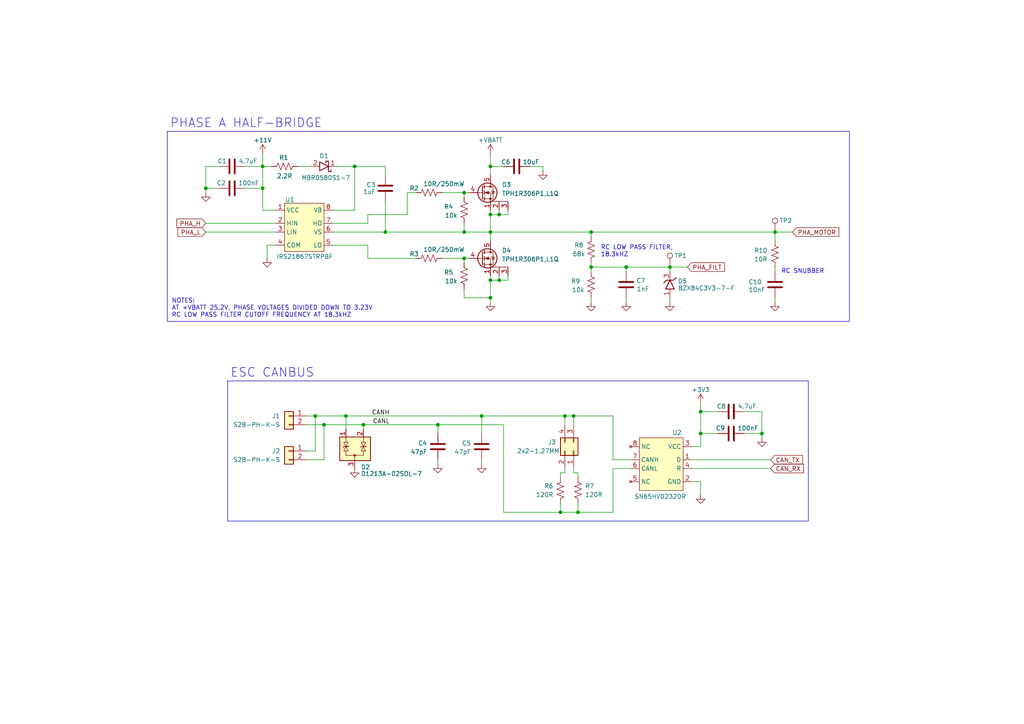
<source format=kicad_sch>
(kicad_sch (version 20231120) (generator "eeschema") (generator_version "8.0")
  (paper "A4")
  (title_block (title "PHASE A HALF-BRIDGE AND CANBUS") (date "2025-12-20") (rev "A") (comment 1 "REVIEWED BY:") (comment 3 "GITHUB: /nikphillydev") (comment 4 "DRAWN BY: N.PHILIPENKO") (comment 5 "SIGNED:"))
  (lib_symbols
    (symbol "Connector:TestPoint" (pin_numbers hide) (pin_names (offset 0.762) hide)
      (property "Reference" "TP" (at 0 6.858 0))
      (property "Value" "TestPoint" (at 0 5.08 0))
      (symbol "TestPoint_0_1"
        (circle (center 0 3.302) (radius 0.762))
      )
      (symbol "TestPoint_1_1"
        (pin passive line (at 0 0 90) (length 2.54) (name "1") (number "1"))
      )
    )
    (symbol "Connector_Generic:Conn_01x02" (pin_names (offset 1.016) hide)
      (property "Reference" "J" (at 0 2.54 0))
      (property "Value" "Conn_01x02" (at 0 -5.08 0))
      (symbol "Conn_01x02_1_1"
        (rectangle (start -1.27 -2.413) (end 0 -2.667) (stroke (width 0.1524)))
        (rectangle (start -1.27 0.127) (end 0 -0.127) (stroke (width 0.1524)))
        (rectangle (start -1.27 1.27) (end 1.27 -3.81) (stroke (width 0.254)) (fill (type background)))
        (pin passive line (at -5.08 0 0) (length 3.81) (name "Pin_1") (number "1"))
        (pin passive line (at -5.08 -2.54 0) (length 3.81) (name "Pin_2") (number "2"))
      )
    )
    (symbol "Connector_Generic:Conn_02x02_Odd_Even" (pin_names (offset 1.016) hide)
      (property "Reference" "J3" (at 2.5401 -5.08 90))
      (property "Value" "2x2-1.27MM" (at 0 -4.064 90))
      (symbol "Conn_02x02_Odd_Even_1_1"
        (rectangle (start -1.27 -2.413) (end 0 -2.667) (stroke (width 0.1524)))
        (rectangle (start -1.27 0.127) (end 0 -0.127) (stroke (width 0.1524)))
        (rectangle (start -1.27 1.27) (end 3.81 -3.81) (stroke (width 0.254)) (fill (type background)))
        (rectangle (start 3.81 -2.413) (end 2.54 -2.667) (stroke (width 0.1524)))
        (rectangle (start 3.81 0.127) (end 2.54 -0.127) (stroke (width 0.1524)))
        (pin passive line (at -5.08 0 0) (length 3.81) (name "Pin_1") (number "1"))
        (pin passive line (at -5.08 -2.54 0) (length 3.81) (name "Pin_2") (number "2"))
        (pin passive line (at 7.62 0 180) (length 3.81) (name "Pin_3") (number "3"))
        (pin passive line (at 7.62 -2.54 180) (length 3.81) (name "Pin_4") (number "4"))
      )
    )
    (symbol "Device:C" (pin_numbers hide) (pin_names (offset 0.254))
      (property "Reference" "C" (at 0.635 2.54 0))
      (property "Value" "C" (at 0.635 -2.54 0))
      (symbol "C_0_1"
        (polyline (pts (xy -2.032 -0.762) (xy 2.032 -0.762)) (stroke (width 0.508)))
        (polyline (pts (xy -2.032 0.762) (xy 2.032 0.762)) (stroke (width 0.508)))
      )
      (symbol "C_1_1"
        (pin passive line (at 0 3.81 270) (length 2.794) (name "~") (number "1"))
        (pin passive line (at 0 -3.81 90) (length 2.794) (name "~") (number "2"))
      )
    )
    (symbol "Device:R_US" (pin_numbers hide) (pin_names (offset 0))
      (property "Reference" "R" (at 2.54 0 90))
      (property "Value" "R_US" (at -2.54 0 90))
      (symbol "R_US_0_1"
        (polyline (pts (xy 0 -2.286) (xy 0 -2.54)))
        (polyline (pts (xy 0 2.286) (xy 0 2.54)))
        (polyline (pts (xy 0 -0.762) (xy 1.016 -1.143) (xy 0 -1.524) (xy -1.016 -1.905) (xy 0 -2.286)))
        (polyline (pts (xy 0 0.762) (xy 1.016 0.381) (xy 0 0) (xy -1.016 -0.381) (xy 0 -0.762)))
        (polyline (pts (xy 0 2.286) (xy 1.016 1.905) (xy 0 1.524) (xy -1.016 1.143) (xy 0 0.762)))
      )
      (symbol "R_US_1_1"
        (pin passive line (at 0 3.81 270) (length 1.27) (name "~") (number "1"))
        (pin passive line (at 0 -3.81 90) (length 1.27) (name "~") (number "2"))
      )
    )
    (symbol "Diodes:N-MOSFET_ENHANCED_POWER" (pin_names hide)
      (property "Value" "N-MOSFET_POWER" (at 12.192 2.54 0))
      (symbol "N-MOSFET_ENHANCED_POWER_0_1"
        (polyline (pts (xy -1.016 0) (xy -3.81 0)))
        (polyline (pts (xy -1.016 1.905) (xy -1.016 -1.905)) (stroke (width 0.254)))
        (polyline (pts (xy -0.508 -1.27) (xy -0.508 -2.286)) (stroke (width 0.254)))
        (polyline (pts (xy -0.508 0.508) (xy -0.508 -0.508)) (stroke (width 0.254)))
        (polyline (pts (xy -0.508 2.286) (xy -0.508 1.27)) (stroke (width 0.254)))
        (polyline (pts (xy 1.27 2.54) (xy 1.27 1.778)))
        (polyline (pts (xy 1.27 -2.54) (xy 1.27 0) (xy -0.508 0)))
        (polyline (pts (xy 1.27 -2.54) (xy 3.81 -2.54) (xy 6.35 -2.54)))
        (polyline (pts (xy -0.508 -1.778) (xy 2.032 -1.778) (xy 2.032 1.778) (xy -0.508 1.778)))
        (polyline (pts (xy -0.254 0) (xy 0.762 0.381) (xy 0.762 -0.381) (xy -0.254 0)) (fill (type outline)))
        (polyline (pts (xy 1.524 0.508) (xy 1.651 0.381) (xy 2.413 0.381) (xy 2.54 0.254)))
        (polyline (pts (xy 2.032 0.381) (xy 1.651 -0.254) (xy 2.413 -0.254) (xy 2.032 0.381)))
        (circle (center 0.381 0) (radius 2.794) (stroke (width 0.254)))
        (circle (center 1.27 -1.778) (radius 0.254) (fill (type outline)))
        (circle (center 1.27 1.778) (radius 0.254) (fill (type outline)))
      )
      (symbol "N-MOSFET_ENHANCED_POWER_1_0"
        (pin passive line (at -5.08 0 0) (length 2.54) (name "G") (number "4"))
        (pin passive line (at 1.27 5.08 270) (length 2.54) (name "D") (number "5"))
      )
      (symbol "N-MOSFET_ENHANCED_POWER_1_1"
        (pin passive line (at 1.27 -5.08 90) (length 2.54) (name "S") (number "1"))
        (pin passive line (at 3.81 -5.08 90) (length 2.54) (name "S") (number "2"))
        (pin passive line (at 6.35 -5.08 90) (length 2.54) (name "S") (number "3"))
      )
    )
    (symbol "Diodes:SCHOTTKY" (pin_names hide)
      (property "Reference" "D" (at 3.556 -1.27 0))
      (symbol "SCHOTTKY_0_1"
        (polyline (pts (xy 1.27 -1.27) (xy -1.27 -1.27) (xy 0 1.27) (xy 1.27 -1.27)) (stroke (width 0.254)))
        (polyline (pts (xy -1.016 0.508) (xy -1.524 0.508) (xy -1.524 1.27) (xy 1.524 1.27) (xy 1.524 2.032) (xy 1.016 2.032)) (stroke (width 0.254)))
      )
      (symbol "SCHOTTKY_1_1"
        (pin passive line (at 0 3.81 270) (length 2.54) (name "K") (number "1"))
        (pin passive line (at 0 -3.81 90) (length 2.54) (name "A") (number "2"))
      )
    )
    (symbol "Diodes:TVS_BIDIRECTIONAL_2CH" (pin_names hide)
      (property "Reference" "D" (at 2.54 -5.842 0))
      (symbol "TVS_BIDIRECTIONAL_2CH_0_0"
        (pin passive line (at 0 -6.35 90) (length 2.54) (name "A") (number "3"))
      )
      (symbol "TVS_BIDIRECTIONAL_2CH_0_1"
        (circle (center 0 -2.54) (radius 0.254) (fill (type outline)))
        (polyline (pts (xy -2.54 2.54) (xy -2.54 1.27)))
        (polyline (pts (xy 0 -2.54) (xy 0 -3.81)))
        (polyline (pts (xy 2.54 2.54) (xy 2.54 1.27)))
        (polyline (pts (xy -3.302 -0.254) (xy -3.302 0) (xy -1.905 0) (xy -1.778 0)))
        (polyline (pts (xy -3.302 -0.254) (xy -3.302 0) (xy -1.905 0) (xy -1.778 0)))
        (polyline (pts (xy -2.54 -1.27) (xy -2.54 -2.54) (xy 2.54 -2.54) (xy 2.54 -1.27)))
        (polyline (pts (xy -2.54 0) (xy -1.905 -1.27) (xy -3.175 -1.27) (xy -2.54 0)))
        (polyline (pts (xy -2.54 0) (xy -1.905 1.27) (xy -3.175 1.27) (xy -2.54 0)))
        (polyline (pts (xy -1.778 0.254) (xy -1.778 0) (xy -3.175 0) (xy -3.302 0)))
        (polyline (pts (xy 1.778 -0.254) (xy 1.778 0) (xy 3.175 0) (xy 3.302 0)))
        (polyline (pts (xy 2.54 0) (xy 1.905 -1.27) (xy 3.175 -1.27) (xy 2.54 0)))
        (polyline (pts (xy 2.54 0) (xy 1.905 1.27) (xy 3.175 1.27) (xy 2.54 0)))
        (polyline (pts (xy 3.302 0.254) (xy 3.302 0) (xy 1.905 0) (xy 1.778 0)))
      )
      (symbol "TVS_BIDIRECTIONAL_2CH_1_1"
        (rectangle (start -4.318 2.794) (end 4.572 -4.064) (stroke (width 0.254)) (fill (type background)))
        (pin passive line (at -2.54 5.08 270) (length 2.54) (name "K") (number "1"))
        (pin passive line (at 2.54 5.08 270) (length 2.54) (name "K") (number "2"))
      )
    )
    (symbol "Diodes:ZENER" (pin_names hide)
      (property "Reference" "D22" (at 2.54 1.0161 0))
      (property "Value" "~" (at 2.54 -0.889 0))
      (symbol "ZENER_0_1"
        (polyline (pts (xy -1.27 -1.27) (xy 1.27 -1.27) (xy 0 1.27) (xy -1.27 -1.27)) (stroke (width 0.254)))
      )
      (symbol "ZENER_1_1"
        (polyline (pts (xy -1.016 1.27) (xy -1.778 0.508)) (stroke (width 0.254)))
        (polyline (pts (xy -1.016 1.27) (xy 1.016 1.27) (xy 1.778 2.032)) (stroke (width 0.254)))
        (pin passive line (at 0 -3.81 90) (length 2.54) (name "A") (number "1"))
        (pin passive line (at 0 3.81 270) (length 2.54) (name "K") (number "3"))
      )
    )
    (symbol "ICs:IRS21867S"
      (property "Reference" "U" (at -2.794 9.398 0))
      (property "Value" "IRS21867S" (at 2.032 -6.858 0))
      (symbol "IRS21867S_0_0"
        (pin power_in line (at -6.35 6.35 0) (length 2.54) (name "VCC") (number "1"))
        (pin passive line (at -6.35 2.54 0) (length 2.54) (name "HIN") (number "2"))
        (pin passive line (at -6.35 0 0) (length 2.54) (name "LIN") (number "3"))
        (pin passive line (at -6.35 -3.81 0) (length 2.54) (name "COM") (number "4"))
        (pin passive line (at 10.16 -3.81 180) (length 2.54) (name "LO") (number "5"))
        (pin passive line (at 10.16 0 180) (length 2.54) (name "VS") (number "6"))
        (pin passive line (at 10.16 2.54 180) (length 2.54) (name "HO") (number "7"))
        (pin passive line (at 10.16 6.35 180) (length 2.54) (name "VB") (number "8"))
      )
      (symbol "IRS21867S_1_1"
        (rectangle (start -3.81 8.382) (end 7.62 -5.588) (fill (type background)))
      )
    )
    (symbol "SN65HVD232D_1"
      (property "Reference" "U" (at -5.334 8.89 0))
      (property "Value" "SN65HVD232D" (at 0 -9.144 0))
      (symbol "SN65HVD232D_1_0_0"
        (pin power_in line (at -8.89 5.08 0) (length 2.54) (name "VCC") (number "3"))
        (pin no_connect line (at 8.89 -5.08 180) (length 2.54) (name "NC") (number "5"))
        (pin passive line (at 8.89 -1.27 180) (length 2.54) (name "CANL") (number "6"))
        (pin passive line (at 8.89 1.27 180) (length 2.54) (name "CANH") (number "7"))
        (pin no_connect line (at 8.89 5.08 180) (length 2.54) (name "NC") (number "8"))
      )
      (symbol "SN65HVD232D_1_1_0"
        (pin passive line (at -8.89 1.27 0) (length 2.54) (name "D") (number "1"))
        (pin passive line (at -8.89 -5.08 0) (length 2.54) (name "GND") (number "2"))
        (pin passive line (at -8.89 -1.27 0) (length 2.54) (name "R") (number "4"))
      )
      (symbol "SN65HVD232D_1_1_1"
        (rectangle (start -6.35 7.62) (end 6.35 -7.62) (fill (type background)))
      )
    )
    (symbol "power:+3.3V" (power) (pin_numbers hide) (pin_names (offset 0) hide)
      (property "Value" "+3.3V" (at 0 3.556 0))
      (symbol "+3.3V_0_1"
        (polyline (pts (xy -0.762 1.27) (xy 0 2.54)))
        (polyline (pts (xy 0 0) (xy 0 2.54)))
        (polyline (pts (xy 0 2.54) (xy 0.762 1.27)))
      )
      (symbol "+3.3V_1_1"
        (pin power_in line (at 0 0 90) (length 0) (name "~") (number "1"))
      )
    )
    (symbol "power:GND" (power) (pin_numbers hide) (pin_names (offset 0) hide)
      (property "Value" "GND" (at 0 -3.81 0))
      (symbol "GND_0_1"
        (polyline (pts (xy 0 0) (xy 0 -1.27) (xy 1.27 -1.27) (xy 0 -2.54) (xy -1.27 -1.27) (xy 0 -1.27)))
      )
      (symbol "GND_1_1"
        (pin power_in line (at 0 0 270) (length 0) (name "~") (number "1"))
      )
    )
  )
  (junction (at 142.24 86.36))
  (junction (at 224.79 67.31))
  (junction (at 181.61 77.47))
  (junction (at 166.37 120.65))
  (junction (at 76.2 48.26))
  (junction (at 111.76 67.31))
  (junction (at 203.2 125.73))
  (junction (at 144.78 81.28))
  (junction (at 220.98 125.73))
  (junction (at 142.24 81.28))
  (junction (at 93.98 123.19))
  (junction (at 162.56 148.59))
  (junction (at 142.24 67.31))
  (junction (at 163.83 120.65))
  (junction (at 127 123.19))
  (junction (at 167.64 148.59))
  (junction (at 105.41 123.19))
  (junction (at 134.62 55.88))
  (junction (at 100.33 120.65))
  (junction (at 142.24 48.26))
  (junction (at 76.2 54.61))
  (junction (at 171.45 67.31))
  (junction (at 102.87 48.26))
  (junction (at 144.78 62.23))
  (junction (at 142.24 62.23))
  (junction (at 91.44 120.65))
  (junction (at 194.31 77.47))
  (junction (at 134.62 74.93))
  (junction (at 134.62 67.31))
  (junction (at 203.2 119.38))
  (junction (at 171.45 77.47))
  (junction (at 139.7 120.65))
  (junction (at 59.69 54.61))
  (wire (pts (xy 134.62 83.82) (xy 134.62 86.36)))
  (wire (pts (xy 91.44 120.65) (xy 91.44 130.81)))
  (wire (pts (xy 105.41 123.19) (xy 127 123.19)))
  (wire (pts (xy 134.62 55.88) (xy 134.62 57.15)))
  (wire (pts (xy 142.24 67.31) (xy 142.24 69.85)))
  (wire (pts (xy 177.8 120.65) (xy 166.37 120.65)))
  (wire (pts (xy 59.69 48.26) (xy 59.69 54.61)))
  (wire (pts (xy 203.2 139.7) (xy 203.2 143.51)))
  (wire (pts (xy 223.52 133.35) (xy 200.66 133.35)))
  (wire (pts (xy 224.79 86.36) (xy 224.79 87.63)))
  (wire (pts (xy 166.37 135.89) (xy 166.37 137.16)))
  (wire (pts (xy 80.01 71.12) (xy 77.47 71.12)))
  (wire (pts (xy 220.98 125.73) (xy 220.98 127)))
  (wire (pts (xy 200.66 129.54) (xy 203.2 129.54)))
  (wire (pts (xy 166.37 120.65) (xy 163.83 120.65)))
  (wire (pts (xy 96.52 71.12) (xy 106.68 71.12)))
  (wire (pts (xy 194.31 86.36) (xy 194.31 87.63)))
  (wire (pts (xy 91.44 120.65) (xy 88.9 120.65)))
  (wire (pts (xy 142.24 62.23) (xy 144.78 62.23)))
  (wire (pts (xy 147.32 60.96) (xy 147.32 62.23)))
  (wire (pts (xy 59.69 54.61) (xy 59.69 55.88)))
  (wire (pts (xy 111.76 67.31) (xy 134.62 67.31)))
  (wire (pts (xy 106.68 62.23) (xy 106.68 64.77)))
  (wire (pts (xy 102.87 48.26) (xy 102.87 60.96)))
  (wire (pts (xy 171.45 86.36) (xy 171.45 87.63)))
  (wire (pts (xy 146.05 148.59) (xy 146.05 123.19)))
  (wire (pts (xy 142.24 48.26) (xy 146.05 48.26)))
  (wire (pts (xy 127 123.19) (xy 127 125.73)))
  (wire (pts (xy 142.24 81.28) (xy 142.24 86.36)))
  (wire (pts (xy 142.24 62.23) (xy 142.24 67.31)))
  (wire (pts (xy 127 133.35) (xy 127 134.62)))
  (wire (pts (xy 162.56 146.05) (xy 162.56 148.59)))
  (wire (pts (xy 139.7 133.35) (xy 139.7 134.62)))
  (wire (pts (xy 76.2 44.45) (xy 76.2 48.26)))
  (wire (pts (xy 171.45 77.47) (xy 181.61 77.47)))
  (wire (pts (xy 71.12 48.26) (xy 76.2 48.26)))
  (wire (pts (xy 142.24 86.36) (xy 142.24 87.63)))
  (wire (pts (xy 163.83 135.89) (xy 163.83 137.16)))
  (wire (pts (xy 134.62 74.93) (xy 134.62 76.2)))
  (wire (pts (xy 142.24 44.45) (xy 142.24 48.26)))
  (wire (pts (xy 80.01 60.96) (xy 76.2 60.96)))
  (wire (pts (xy 157.48 48.26) (xy 157.48 49.53)))
  (wire (pts (xy 134.62 86.36) (xy 142.24 86.36)))
  (wire (pts (xy 134.62 55.88) (xy 135.89 55.88)))
  (wire (pts (xy 223.52 135.89) (xy 200.66 135.89)))
  (wire (pts (xy 93.98 123.19) (xy 105.41 123.19)))
  (wire (pts (xy 142.24 48.26) (xy 142.24 50.8)))
  (wire (pts (xy 111.76 48.26) (xy 111.76 50.8)))
  (wire (pts (xy 163.83 120.65) (xy 139.7 120.65)))
  (wire (pts (xy 208.28 125.73) (xy 203.2 125.73)))
  (wire (pts (xy 162.56 148.59) (xy 146.05 148.59)))
  (wire (pts (xy 203.2 119.38) (xy 203.2 125.73)))
  (wire (pts (xy 194.31 77.47) (xy 181.61 77.47)))
  (wire (pts (xy 215.9 119.38) (xy 220.98 119.38)))
  (wire (pts (xy 63.5 48.26) (xy 59.69 48.26)))
  (wire (pts (xy 91.44 120.65) (xy 100.33 120.65)))
  (wire (pts (xy 203.2 125.73) (xy 203.2 129.54)))
  (wire (pts (xy 59.69 64.77) (xy 80.01 64.77)))
  (wire (pts (xy 177.8 133.35) (xy 177.8 120.65)))
  (wire (pts (xy 166.37 120.65) (xy 166.37 123.19)))
  (wire (pts (xy 194.31 77.47) (xy 199.39 77.47)))
  (wire (pts (xy 77.47 71.12) (xy 77.47 74.93)))
  (wire (pts (xy 102.87 48.26) (xy 111.76 48.26)))
  (wire (pts (xy 144.78 80.01) (xy 144.78 81.28)))
  (wire (pts (xy 167.64 148.59) (xy 162.56 148.59)))
  (wire (pts (xy 181.61 77.47) (xy 181.61 78.74)))
  (wire (pts (xy 203.2 116.84) (xy 203.2 119.38)))
  (wire (pts (xy 142.24 80.01) (xy 142.24 81.28)))
  (wire (pts (xy 106.68 64.77) (xy 96.52 64.77)))
  (wire (pts (xy 147.32 62.23) (xy 144.78 62.23)))
  (wire (pts (xy 142.24 81.28) (xy 144.78 81.28)))
  (wire (pts (xy 163.83 137.16) (xy 162.56 137.16)))
  (wire (pts (xy 182.88 135.89) (xy 177.8 135.89)))
  (wire (pts (xy 118.11 55.88) (xy 118.11 62.23)))
  (wire (pts (xy 181.61 86.36) (xy 181.61 87.63)))
  (wire (pts (xy 224.79 77.47) (xy 224.79 78.74)))
  (wire (pts (xy 163.83 120.65) (xy 163.83 123.19)))
  (wire (pts (xy 203.2 119.38) (xy 208.28 119.38)))
  (wire (pts (xy 86.36 48.26) (xy 90.17 48.26)))
  (wire (pts (xy 105.41 123.19) (xy 105.41 124.46)))
  (wire (pts (xy 128.27 74.93) (xy 134.62 74.93)))
  (wire (pts (xy 171.45 67.31) (xy 171.45 68.58)))
  (wire (pts (xy 93.98 123.19) (xy 88.9 123.19)))
  (wire (pts (xy 96.52 67.31) (xy 111.76 67.31)))
  (wire (pts (xy 177.8 135.89) (xy 177.8 148.59)))
  (wire (pts (xy 106.68 62.23) (xy 118.11 62.23)))
  (wire (pts (xy 88.9 130.81) (xy 91.44 130.81)))
  (wire (pts (xy 111.76 58.42) (xy 111.76 67.31)))
  (wire (pts (xy 134.62 74.93) (xy 135.89 74.93)))
  (wire (pts (xy 134.62 67.31) (xy 142.24 67.31)))
  (wire (pts (xy 153.67 48.26) (xy 157.48 48.26)))
  (wire (pts (xy 139.7 125.73) (xy 139.7 120.65)))
  (wire (pts (xy 220.98 119.38) (xy 220.98 125.73)))
  (wire (pts (xy 93.98 133.35) (xy 93.98 123.19)))
  (wire (pts (xy 224.79 67.31) (xy 229.87 67.31)))
  (wire (pts (xy 134.62 64.77) (xy 134.62 67.31)))
  (wire (pts (xy 194.31 77.47) (xy 194.31 78.74)))
  (wire (pts (xy 76.2 48.26) (xy 76.2 54.61)))
  (wire (pts (xy 167.64 137.16) (xy 167.64 138.43)))
  (wire (pts (xy 142.24 67.31) (xy 171.45 67.31)))
  (wire (pts (xy 200.66 139.7) (xy 203.2 139.7)))
  (wire (pts (xy 59.69 67.31) (xy 80.01 67.31)))
  (wire (pts (xy 144.78 60.96) (xy 144.78 62.23)))
  (wire (pts (xy 182.88 133.35) (xy 177.8 133.35)))
  (wire (pts (xy 71.12 54.61) (xy 76.2 54.61)))
  (wire (pts (xy 162.56 137.16) (xy 162.56 138.43)))
  (wire (pts (xy 76.2 48.26) (xy 78.74 48.26)))
  (wire (pts (xy 146.05 123.19) (xy 127 123.19)))
  (wire (pts (xy 144.78 81.28) (xy 147.32 81.28)))
  (wire (pts (xy 100.33 120.65) (xy 139.7 120.65)))
  (wire (pts (xy 171.45 76.2) (xy 171.45 77.47)))
  (wire (pts (xy 63.5 54.61) (xy 59.69 54.61)))
  (wire (pts (xy 167.64 146.05) (xy 167.64 148.59)))
  (wire (pts (xy 106.68 74.93) (xy 120.65 74.93)))
  (wire (pts (xy 171.45 77.47) (xy 171.45 78.74)))
  (wire (pts (xy 128.27 55.88) (xy 134.62 55.88)))
  (wire (pts (xy 97.79 48.26) (xy 102.87 48.26)))
  (wire (pts (xy 215.9 125.73) (xy 220.98 125.73)))
  (wire (pts (xy 100.33 120.65) (xy 100.33 124.46)))
  (wire (pts (xy 76.2 54.61) (xy 76.2 60.96)))
  (wire (pts (xy 106.68 71.12) (xy 106.68 74.93)))
  (wire (pts (xy 171.45 67.31) (xy 224.79 67.31)))
  (wire (pts (xy 118.11 55.88) (xy 120.65 55.88)))
  (wire (pts (xy 166.37 137.16) (xy 167.64 137.16)))
  (wire (pts (xy 96.52 60.96) (xy 102.87 60.96)))
  (wire (pts (xy 147.32 80.01) (xy 147.32 81.28)))
  (wire (pts (xy 224.79 67.31) (xy 224.79 69.85)))
  (wire (pts (xy 88.9 133.35) (xy 93.98 133.35)))
  (wire (pts (xy 177.8 148.59) (xy 167.64 148.59)))
  (wire (pts (xy 142.24 60.96) (xy 142.24 62.23)))
  (rectangle (start 48.514 38.1) (end 246.38 93.218))
  (rectangle (start 66.04 110.49) (end 234.442 151.13))
  (text "RC LOW PASS FILTER,\n18.3kHZ\n" (at 174.244 72.898 0) (effects (font (size 1.27 1.27)) (justify left)))
  (text "PHASE A HALF-BRIDGE" (at 71.374 35.814 0) (effects (font (size 2.54 2.54))))
  (text "ESC CANBUS" (at 78.994 108.204 0) (effects (font (size 2.54 2.54))))
  (text "NOTES:\nAT +VBATT 25.2V, PHASE VOLTAGES DIVIDED DOWN TO 3.23V\nRC LOW PASS FILTER CUTOFF FREQUENCY AT 18.3kHZ" (at 49.784 89.408 0) (effects (font (size 1.27 1.27)) (justify left)))
  (text "RC SNUBBER\n" (at 226.568 78.74 0) (effects (font (size 1.27 1.27)) (justify left)))
  (label "CANL" (at 113.03 123.19 180))
  (label "CANH" (at 113.03 120.65 180))
  (global_label "PHA_L" (shape input) (at 59.69 67.31 180) (property "Intersheetrefs" "${INTERSHEET_REFS}" (effects (hide yes))))
  (global_label "PHA_H" (shape input) (at 59.69 64.77 180) (property "Intersheetrefs" "${INTERSHEET_REFS}" (effects (hide yes))))
  (global_label "CAN_TX" (shape input) (at 223.52 133.35 0) (property "Intersheetrefs" "${INTERSHEET_REFS}" (effects (hide yes))))
  (global_label "PHA_MOTOR" (shape input) (at 229.87 67.31 0) (property "Intersheetrefs" "${INTERSHEET_REFS}" (effects (hide yes))))
  (global_label "PHA_FILT" (shape input) (at 199.39 77.47 0) (property "Intersheetrefs" "${INTERSHEET_REFS}" (effects (hide yes))))
  (global_label "CAN_RX" (shape input) (at 223.52 135.89 0) (property "Intersheetrefs" "${INTERSHEET_REFS}" (effects (hide yes))))
  (symbol (lib_id "Device:R_US") (at 82.55 48.26 90) (unit 1)
    (property "Reference" "R1" (at 82.296 45.72 90))
    (property "Value" "2.2R" (at 82.55 51.054 90))
    (property "Footprint" "Resistors:RES_1206_3216Metric" (effects (hide yes)))
    (property "Description" "RES SMD 2.2 OHM 1% 3/4W 1206" (effects (hide yes)))
    (property "JLCPCB Part #" "C1854860" (effects (hide yes)))
    (property "Manufacturer" "Vishay Dale" (effects (hide yes)))
    (property "Manufacturer Part #" "CRCW12062R20FKEAHP" (effects (hide yes)))
  )
  (symbol (lib_id "Device:R_US") (at 167.64 142.24 0) (unit 1)
    (property "Reference" "R7" (at 169.672 140.97 0) (effects (justify left)))
    (property "Value" "120R" (at 169.672 143.51 0) (effects (justify left)))
    (property "Footprint" "Resistors:RES_0603_1608Metric" (effects (hide yes)))
    (property "Description" "RES 120 OHM 1% 1/10W 0603" (effects (hide yes)))
    (property "JLCPCB Part #" "C22787" (effects (hide yes)))
    (property "Manufacturer" "YAGEO" (effects (hide yes)))
    (property "Manufacturer Part #" "RC0603FR-07120RL" (effects (hide yes)))
  )
  (symbol (lib_id "power:GND") (at 194.31 87.63 0) (mirror y) (unit 1)
    (property "Reference" "#PWR12" (effects (hide yes)))
    (property "Value" "GND" (effects (hide yes)))
    (property "Description" "Power symbol creates a global label with name \"GND\" , ground" (effects (hide yes)))
  )
  (symbol (lib_id "Device:R_US") (at 162.56 142.24 0) (mirror y) (unit 1)
    (property "Reference" "R6" (at 160.528 140.97 0) (effects (justify left)))
    (property "Value" "120R" (at 160.528 143.51 0) (effects (justify left)))
    (property "Footprint" "Resistors:RES_0603_1608Metric" (effects (hide yes)))
    (property "Description" "RES 120 OHM 1% 1/10W 0603" (effects (hide yes)))
    (property "JLCPCB Part #" "C22787" (effects (hide yes)))
    (property "Manufacturer" "YAGEO" (effects (hide yes)))
    (property "Manufacturer Part #" "RC0603FR-07120RL" (effects (hide yes)))
  )
  (symbol (lib_id "power:GND") (at 139.7 134.62 0) (mirror y) (unit 1)
    (property "Reference" "#PWR6" (effects (hide yes)))
    (property "Value" "GND" (effects (hide yes)))
    (property "Description" "Power symbol creates a global label with name \"GND\" , ground" (effects (hide yes)))
  )
  (symbol (lib_id "power:+3.3V") (at 76.2 44.45 0) (unit 1)
    (property "Reference" "#PWR2" (effects (hide yes)))
    (property "Value" "+11V" (at 76.2 40.64 0))
    (property "Description" "Power symbol creates a global label with name \"+3.3V\"" (effects (hide yes)))
  )
  (symbol (lib_id "Device:C") (at 111.76 54.61 180) (unit 1)
    (property "Reference" "C3" (at 108.966 53.594 0) (effects (justify left)))
    (property "Value" "1uF" (at 108.966 55.626 0) (effects (justify left)))
    (property "Footprint" "Capacitors:CAP_0805_2012Metric" (effects (hide yes)))
    (property "Description" "CAP CER 1UF 50V X7R 0805" (effects (hide yes)))
    (property "JLCPCB Part #" "C28323" (effects (hide yes)))
    (property "Manufacturer" "Samsung Electro-Mechanics" (effects (hide yes)))
    (property "Manufacturer Part #" "CL21B105KBFNNNE" (effects (hide yes)))
  )
  (symbol (lib_id "Diodes:ZENER") (at 194.31 82.55 0) (unit 1)
    (property "Reference" "D5" (at 196.596 81.534 0) (effects (justify left)))
    (property "Value" "BZX84C3V3-7-F" (at 196.596 83.566 0) (effects (justify left)))
    (property "Footprint" "Diodes:DiodesINC_SOT23-3" (effects (hide yes)))
    (property "Description" "DIODE ZENER 3.3V 300MW SOT23-3" (effects (hide yes)))
    (property "JLCPCB Part #" "C177019" (effects (hide yes)))
    (property "Manufacturer" "Diodes Incorporated" (effects (hide yes)))
    (property "Manufacturer Part #" "BZX84C3V3-7-F" (effects (hide yes)))
  )
  (symbol (lib_id "power:GND") (at 203.2 143.51 0) (mirror y) (unit 1)
    (property "Reference" "#PWR14" (effects (hide yes)))
    (property "Value" "GND" (effects (hide yes)))
    (property "Description" "Power symbol creates a global label with name \"GND\" , ground" (effects (hide yes)))
  )
  (symbol (lib_id "Device:R_US") (at 124.46 55.88 90) (unit 1)
    (property "Reference" "R2" (at 120.142 54.61 90))
    (property "Value" "10R/250mW" (at 128.778 53.34 90))
    (property "Footprint" "Resistors:RES_0805_2012Metric" (effects (hide yes)))
    (property "Description" "RES 10 OHM 1% 1/4W 0805" (effects (hide yes)))
    (property "JLCPCB Part #" "C727983" (effects (hide yes)))
    (property "Manufacturer" "YAGEO" (effects (hide yes)))
    (property "Manufacturer Part #" "AC0805FR-7W10RL" (effects (hide yes)))
  )
  (symbol (lib_id "Device:C") (at 139.7 129.54 0) (mirror y) (unit 1)
    (property "Reference" "C5" (at 136.652 128.524 0) (effects (justify left)))
    (property "Value" "47pF" (at 136.652 131.064 0) (effects (justify left)))
    (property "Footprint" "Capacitors:CAP_0603_1608Metric" (effects (hide yes)))
    (property "Description" "CAP CER 47PF 50V C0G/NP0 0603" (effects (hide yes)))
    (property "JLCPCB Part #" "C1671" (effects (hide yes)))
    (property "Manufacturer" "Samsung Electro-Mechanics" (effects (hide yes)))
    (property "Manufacturer Part #" "CL10C470JB8NNNC" (effects (hide yes)))
  )
  (symbol (lib_id "Device:C") (at 212.09 119.38 90) (unit 1)
    (property "Reference" "C8" (at 210.566 117.856 90) (effects (justify left)))
    (property "Value" "4.7uF" (at 219.456 117.856 90) (effects (justify left)))
    (property "Footprint" "Capacitors:CAP_0805_2012Metric" (effects (hide yes)))
    (property "Description" "CAP CER 4.7UF 25V X5R 0805" (effects (hide yes)))
    (property "JLCPCB Part #" "C1779" (effects (hide yes)))
    (property "Manufacturer" "Samsung Electro-Mechanics" (effects (hide yes)))
    (property "Manufacturer Part #" "CL21A475KAQNNNE" (effects (hide yes)))
  )
  (symbol (lib_id "power:GND") (at 157.48 49.53 0) (unit 1)
    (property "Reference" "#PWR9" (effects (hide yes)))
    (property "Value" "GND" (effects (hide yes)))
    (property "Description" "Power symbol creates a global label with name \"GND\" , ground" (effects (hide yes)))
  )
  (symbol (lib_id "Device:C") (at 149.86 48.26 90) (unit 1)
    (property "Reference" "C6" (at 148.082 46.99 90) (effects (justify left)))
    (property "Value" "10uF" (at 156.464 46.99 90) (effects (justify left)))
    (property "Footprint" "Capacitors:CAP_1206_3216Metric" (effects (hide yes)))
    (property "Description" "CAP CER 10UF 50V X5R 1206" (effects (hide yes)))
    (property "JLCPCB Part #" "C13585" (effects (hide yes)))
    (property "Manufacturer" "Samsung Electro-Mechanics" (effects (hide yes)))
    (property "Manufacturer Part #" "CL31A106KBHNNNE" (effects (hide yes)))
  )
  (symbol (lib_id "power:+3.3V") (at 142.24 44.45 0) (unit 1)
    (property "Reference" "#PWR7" (effects (hide yes)))
    (property "Value" "+VBATT" (at 142.24 40.64 0))
    (property "Description" "Power symbol creates a global label with name \"+3.3V\"" (effects (hide yes)))
  )
  (symbol (lib_id "Device:R_US") (at 224.79 73.66 0) (unit 1)
    (property "Reference" "R10" (at 218.694 72.644 0) (effects (justify left)))
    (property "Value" "10R" (at 218.694 75.184 0) (effects (justify left)))
    (property "Footprint" "Resistors:RES_0603_1608Metric" (effects (hide yes)))
    (property "Description" "RES 10 OHM 1% 1/10W 0603" (effects (hide yes)))
    (property "JLCPCB Part #" "C22859" (effects (hide yes)))
    (property "Manufacturer" "YAGEO" (effects (hide yes)))
    (property "Manufacturer Part #" "RC0603FR-0710RL" (effects (hide yes)))
  )
  (symbol (lib_id "Device:R_US") (at 134.62 80.01 0) (unit 1)
    (property "Reference" "R5" (at 128.778 78.994 0) (effects (justify left)))
    (property "Value" "10k" (at 129.032 81.534 0) (effects (justify left)))
    (property "Footprint" "Resistors:RES_0603_1608Metric" (effects (hide yes)))
    (property "Description" "RES 10K OHM 1% 1/10W 0603" (effects (hide yes)))
    (property "JLCPCB Part #" "C25804" (effects (hide yes)))
    (property "Manufacturer" "Stackpole Electronics Inc" (effects (hide yes)))
    (property "Manufacturer Part #" "RMCF0603FT10K0" (effects (hide yes)))
  )
  (symbol (lib_id "power:GND") (at 142.24 87.63 0) (unit 1)
    (property "Reference" "#PWR8" (effects (hide yes)))
    (property "Value" "GND" (effects (hide yes)))
    (property "Description" "Power symbol creates a global label with name \"GND\" , ground" (effects (hide yes)))
  )
  (symbol (lib_id "ICs:IRS21867S") (at 86.36 67.31 0) (unit 1)
    (property "Reference" "U1" (at 84.074 57.912 0))
    (property "Value" "IRS21867STRPBF" (at 88.392 74.422 0))
    (property "Footprint" "ICs:SOIC-8" (effects (hide yes)))
    (property "Description" "IC GATE DRVR HALF-BRIDGE 8SOIC" (effects (hide yes)))
    (property "JLCPCB Part #" "C52290" (effects (hide yes)))
    (property "Manufacturer" "Infineon Technologies" (effects (hide yes)))
    (property "Manufacturer Part #" "IRS21867STRPBF" (effects (hide yes)))
  )
  (symbol (lib_id "Diodes:SCHOTTKY") (at 93.98 48.26 270) (unit 1)
    (property "Reference" "D1" (at 93.98 45.212 90))
    (property "Value" "MBR0580S1-7" (at 94.488 51.562 90))
    (property "Footprint" "Diodes:DiodesINC_SOD123" (effects (hide yes)))
    (property "Description" "DIODE SCHOTTKY 80V 500MA SOD123" (effects (hide yes)))
    (property "JLCPCB Part #" "C177047" (effects (hide yes)))
    (property "Manufacturer" "Diodes Incorporated" (effects (hide yes)))
    (property "Manufacturer Part #" "MBR0580S1-7" (effects (hide yes)))
  )
  (symbol (lib_id "power:GND") (at 77.47 74.93 0) (unit 1)
    (property "Reference" "#PWR3" (effects (hide yes)))
    (property "Value" "GND" (effects (hide yes)))
    (property "Description" "Power symbol creates a global label with name \"GND\" , ground" (effects (hide yes)))
  )
  (symbol (lib_id "Diodes:TVS_BIDIRECTIONAL_2CH") (at 102.87 129.54 0) (unit 1)
    (property "Reference" "D2" (at 104.648 135.5089 0) (effects (justify left)))
    (property "Value" "D1213A-02SOL-7" (at 104.648 137.414 0) (effects (justify left)))
    (property "Footprint" "Diodes:DiodesINC_SOT23-3" (effects (hide yes)))
    (property "Description" "TVS DIODE 3.3VWM 10VC SOT233" (effects (hide yes)))
    (property "JLCPCB Part #" "C460585" (effects (hide yes)))
    (property "Manufacturer" "Diodes Incorporated" (effects (hide yes)))
    (property "Manufacturer Part #" "D1213A-02SOL-7" (effects (hide yes)))
  )
  (symbol (lib_id "Connector:TestPoint") (at 194.31 77.47 0) (unit 1) (in_bom no)
    (property "Reference" "TP1" (at 195.58 74.168 0) (effects (justify left)))
    (property "Value" "TestPoint" (effects (hide yes)))
    (property "Footprint" "TestPoint:TestPoint_THTPad_D2.5mm_Drill1.2mm" (effects (hide yes)))
    (property "Description" "TEST POINT" (effects (hide yes)))
  )
  (symbol (lib_id "Diodes:N-MOSFET_ENHANCED_POWER") (at 140.97 55.88 0) (unit 1)
    (property "Reference" "D3" (at 145.542 53.594 0) (effects (justify left)))
    (property "Value" "TPH1R306P1,L1Q" (at 145.542 56.134 0) (effects (justify left)))
    (property "Footprint" "Diodes:PQFN-8-EP_6x5mm_P1.27mm_Generic" (effects (hide yes)))
    (property "Description" "MOSFET N-CH 60V 100A 8SOP" (effects (hide yes)))
    (property "JLCPCB Part #" "C6290261" (effects (hide yes)))
    (property "Manufacturer" "Toshiba Semiconductor and Storage" (effects (hide yes)))
    (property "Manufacturer Part #" "TPH1R306P1,L1Q" (effects (hide yes)))
  )
  (symbol (lib_id "Connector_Generic:Conn_01x02") (at 83.82 130.81 0) (mirror y) (unit 1)
    (property "Reference" "J2" (at 81.28 130.8099 0) (effects (justify left)))
    (property "Value" "S2B-PH-K-S" (at 81.28 133.3499 0) (effects (justify left)))
    (property "Footprint" "Connectors:CONN_JST_S2B-PH-K-S" (effects (hide yes)))
    (property "Description" "CONN HEADER R/A 2POS 2MM" (effects (hide yes)))
    (property "JLCPCB Part #" "C173752" (effects (hide yes)))
    (property "Manufacturer" "JST Sales America Inc." (effects (hide yes)))
    (property "Manufacturer Part #" "S2B-PH-K-S" (effects (hide yes)))
  )
  (symbol (lib_id "Device:C") (at 67.31 54.61 90) (mirror x) (unit 1)
    (property "Reference" "C2" (at 65.532 53.086 90) (effects (justify left)))
    (property "Value" "100nF" (at 75.184 53.086 90) (effects (justify left)))
    (property "Footprint" "Capacitors:CAP_0603_1608Metric" (effects (hide yes)))
    (property "Description" "CAP CER 0.1UF 50V X7R 0603" (effects (hide yes)))
    (property "JLCPCB Part #" "C14663" (effects (hide yes)))
    (property "Manufacturer" "YAGEO" (effects (hide yes)))
    (property "Manufacturer Part #" "CC0603KRX7R9BB104" (effects (hide yes)))
  )
  (symbol (lib_id "Device:C") (at 127 129.54 0) (mirror y) (unit 1)
    (property "Reference" "C4" (at 123.952 128.524 0) (effects (justify left)))
    (property "Value" "47pF" (at 123.952 131.064 0) (effects (justify left)))
    (property "Footprint" "Capacitors:CAP_0603_1608Metric" (effects (hide yes)))
    (property "Description" "CAP CER 47PF 50V C0G/NP0 0603" (effects (hide yes)))
    (property "JLCPCB Part #" "C1671" (effects (hide yes)))
    (property "Manufacturer" "Samsung Electro-Mechanics" (effects (hide yes)))
    (property "Manufacturer Part #" "CL10C470JB8NNNC" (effects (hide yes)))
  )
  (symbol (lib_id "power:GND") (at 127 134.62 0) (mirror y) (unit 1)
    (property "Reference" "#PWR5" (effects (hide yes)))
    (property "Value" "GND" (effects (hide yes)))
    (property "Description" "Power symbol creates a global label with name \"GND\" , ground" (effects (hide yes)))
  )
  (symbol (lib_id "Device:C") (at 181.61 82.55 0) (mirror x) (unit 1)
    (property "Reference" "C7" (at 184.531 81.407 0) (effects (justify left)))
    (property "Value" "1nF" (at 184.658 83.82 0) (effects (justify left)))
    (property "Footprint" "Capacitors:CAP_0603_1608Metric" (effects (hide yes)))
    (property "Description" "CAP CER 1000PF 50V X7R 0603" (effects (hide yes)))
    (property "JLCPCB Part #" "C1588" (effects (hide yes)))
    (property "Manufacturer" "Samsung Electro-Mechanics" (effects (hide yes)))
    (property "Manufacturer Part #" "CL10B102KB8NNNC" (effects (hide yes)))
  )
  (symbol (lib_id "Connector_Generic:Conn_02x02_Odd_Even") (at 166.37 130.81 270) (mirror x) (unit 1)
    (property "Reference" "J3" (at 161.29 128.2699 90) (effects (justify right)))
    (property "Value" "2x2-1.27MM" (at 162.306 130.81 90) (effects (justify right)))
    (property "Footprint" "Connectors:CONN_MALE_TH_1.27MM_2x2" (effects (hide yes)))
    (property "Description" "CONN HEADER VERT 4POS 1.27MM" (effects (hide yes)))
    (property "JLCPCB Part #" "C18197867" (effects (hide yes)))
    (property "Manufacturer" "Sullins Connector Solutions" (effects (hide yes)))
    (property "Manufacturer Part #" "GRPB022VWVN-RC" (effects (hide yes)))
  )
  (symbol (lib_id "power:GND") (at 59.69 55.88 0) (unit 1)
    (property "Reference" "#PWR1" (effects (hide yes)))
    (property "Value" "GND" (effects (hide yes)))
    (property "Description" "Power symbol creates a global label with name \"GND\" , ground" (effects (hide yes)))
  )
  (symbol (lib_name "SN65HVD232D_1") (lib_id "ICs:SN65HVD232D") (at 191.77 134.62 0) (mirror y) (unit 1)
    (property "Reference" "U2" (at 196.342 125.476 0))
    (property "Value" "SN65HVD232DR" (at 191.516 144.018 0))
    (property "Footprint" "ICs:SOIC-8" (effects (hide yes)))
    (property "Description" "IC TRANSCEIVER HALF 1/1 8SOIC" (effects (hide yes)))
    (property "JLCPCB Part #" "C30530" (effects (hide yes)))
    (property "Manufacturer" "Texas Instruments" (effects (hide yes)))
    (property "Manufacturer Part #" "SN65HVD232DR" (effects (hide yes)))
  )
  (symbol (lib_id "power:GND") (at 224.79 87.63 0) (unit 1)
    (property "Reference" "#PWR16" (effects (hide yes)))
    (property "Value" "GND" (effects (hide yes)))
    (property "Description" "Power symbol creates a global label with name \"GND\" , ground" (effects (hide yes)))
  )
  (symbol (lib_id "Diodes:N-MOSFET_ENHANCED_POWER") (at 140.97 74.93 0) (unit 1)
    (property "Reference" "D4" (at 145.542 72.644 0) (effects (justify left)))
    (property "Value" "TPH1R306P1,L1Q" (at 145.542 75.184 0) (effects (justify left)))
    (property "Footprint" "Diodes:PQFN-8-EP_6x5mm_P1.27mm_Generic" (effects (hide yes)))
    (property "Description" "MOSFET N-CH 60V 100A 8SOP" (effects (hide yes)))
    (property "JLCPCB Part #" "C6290261" (effects (hide yes)))
    (property "Manufacturer" "Toshiba Semiconductor and Storage" (effects (hide yes)))
    (property "Manufacturer Part #" "TPH1R306P1,L1Q" (effects (hide yes)))
  )
  (symbol (lib_id "Connector:TestPoint") (at 224.79 67.31 0) (unit 1) (in_bom no)
    (property "Reference" "TP2" (at 226.06 64.008 0) (effects (justify left)))
    (property "Value" "TestPoint" (effects (hide yes)))
    (property "Footprint" "TestPoint:TestPoint_THTPad_D2.5mm_Drill1.2mm" (effects (hide yes)))
    (property "Description" "TEST POINT" (effects (hide yes)))
  )
  (symbol (lib_id "Device:R_US") (at 124.46 74.93 90) (unit 1)
    (property "Reference" "R3" (at 120.142 73.66 90))
    (property "Value" "10R/250mW" (at 128.778 72.39 90))
    (property "Footprint" "Resistors:RES_0805_2012Metric" (effects (hide yes)))
    (property "Description" "RES 10 OHM 1% 1/4W 0805" (effects (hide yes)))
    (property "JLCPCB Part #" "C727983" (effects (hide yes)))
    (property "Manufacturer" "YAGEO" (effects (hide yes)))
    (property "Manufacturer Part #" "AC0805FR-7W10RL" (effects (hide yes)))
  )
  (symbol (lib_id "power:+3.3V") (at 203.2 116.84 0) (unit 1)
    (property "Reference" "#PWR13" (effects (hide yes)))
    (property "Value" "+3V3" (at 203.2 113.03 0))
    (property "Description" "Power symbol creates a global label with name \"+3.3V\"" (effects (hide yes)))
  )
  (symbol (lib_id "Device:C") (at 212.09 125.73 90) (mirror x) (unit 1)
    (property "Reference" "C9" (at 210.312 124.206 90) (effects (justify left)))
    (property "Value" "100nF" (at 219.964 124.206 90) (effects (justify left)))
    (property "Footprint" "Capacitors:CAP_0603_1608Metric" (effects (hide yes)))
    (property "Description" "CAP CER 0.1UF 50V X7R 0603" (effects (hide yes)))
    (property "JLCPCB Part #" "C14663" (effects (hide yes)))
    (property "Manufacturer" "YAGEO" (effects (hide yes)))
    (property "Manufacturer Part #" "CC0603KRX7R9BB104" (effects (hide yes)))
  )
  (symbol (lib_id "Device:R_US") (at 171.45 72.39 0) (mirror x) (unit 1)
    (property "Reference" "R8" (at 167.894 71.12 0))
    (property "Value" "68k" (at 167.894 73.66 0))
    (property "Footprint" "Resistors:RES_0603_1608Metric" (effects (hide yes)))
    (property "Description" "RES SMD 68K OHM 1% 1/10W 0603" (effects (hide yes)))
    (property "JLCPCB Part #" "C23231" (effects (hide yes)))
    (property "Manufacturer" "Panasonic Electronic Components" (effects (hide yes)))
    (property "Manufacturer Part #" "ERJ-3EKF6802V" (effects (hide yes)))
  )
  (symbol (lib_id "Device:C") (at 224.79 82.55 180) (unit 1)
    (property "Reference" "C10" (at 220.98 81.788 0) (effects (justify left)))
    (property "Value" "10nF" (at 221.996 84.074 0) (effects (justify left)))
    (property "Footprint" "Capacitors:CAP_0603_1608Metric" (effects (hide yes)))
    (property "Description" "CAP CER 10000PF 50V X7R 0603" (effects (hide yes)))
    (property "JLCPCB Part #" "C57112" (effects (hide yes)))
    (property "Manufacturer" "Samsung Electro-Mechanics" (effects (hide yes)))
    (property "Manufacturer Part #" "CL10B103KB8NNNC" (effects (hide yes)))
  )
  (symbol (lib_id "Device:R_US") (at 134.62 60.96 0) (unit 1)
    (property "Reference" "R4" (at 128.778 59.944 0) (effects (justify left)))
    (property "Value" "10k" (at 129.032 62.484 0) (effects (justify left)))
    (property "Footprint" "Resistors:RES_0603_1608Metric" (effects (hide yes)))
    (property "Description" "RES 10K OHM 1% 1/10W 0603" (effects (hide yes)))
    (property "JLCPCB Part #" "C25804" (effects (hide yes)))
    (property "Manufacturer" "Stackpole Electronics Inc" (effects (hide yes)))
    (property "Manufacturer Part #" "RMCF0603FT10K0" (effects (hide yes)))
  )
  (symbol (lib_id "power:GND") (at 171.45 87.63 0) (mirror y) (unit 1)
    (property "Reference" "#PWR10" (effects (hide yes)))
    (property "Value" "GND" (effects (hide yes)))
    (property "Description" "Power symbol creates a global label with name \"GND\" , ground" (effects (hide yes)))
  )
  (symbol (lib_id "Device:C") (at 67.31 48.26 90) (unit 1)
    (property "Reference" "C1" (at 65.786 46.736 90) (effects (justify left)))
    (property "Value" "4.7uF" (at 74.676 46.736 90) (effects (justify left)))
    (property "Footprint" "Capacitors:CAP_0805_2012Metric" (effects (hide yes)))
    (property "Description" "CAP CER 4.7UF 25V X5R 0805" (effects (hide yes)))
    (property "JLCPCB Part #" "C1779" (effects (hide yes)))
    (property "Manufacturer" "Samsung Electro-Mechanics" (effects (hide yes)))
    (property "Manufacturer Part #" "CL21A475KAQNNNE" (effects (hide yes)))
  )
  (symbol (lib_id "power:GND") (at 181.61 87.63 0) (mirror y) (unit 1)
    (property "Reference" "#PWR11" (effects (hide yes)))
    (property "Value" "GND" (effects (hide yes)))
    (property "Description" "Power symbol creates a global label with name \"GND\" , ground" (effects (hide yes)))
  )
  (symbol (lib_id "power:GND") (at 102.87 135.89 0) (mirror y) (unit 1)
    (property "Reference" "#PWR4" (effects (hide yes)))
    (property "Value" "GND" (effects (hide yes)))
    (property "Description" "Power symbol creates a global label with name \"GND\" , ground" (effects (hide yes)))
  )
  (symbol (lib_id "Connector_Generic:Conn_01x02") (at 83.82 120.65 0) (mirror y) (unit 1)
    (property "Reference" "J1" (at 81.28 120.6499 0) (effects (justify left)))
    (property "Value" "S2B-PH-K-S" (at 81.28 123.1899 0) (effects (justify left)))
    (property "Footprint" "Connectors:CONN_JST_S2B-PH-K-S" (effects (hide yes)))
    (property "Description" "CONN HEADER R/A 2POS 2MM" (effects (hide yes)))
    (property "JLCPCB Part #" "C173752" (effects (hide yes)))
    (property "Manufacturer" "JST Sales America Inc." (effects (hide yes)))
    (property "Manufacturer Part #" "S2B-PH-K-S" (effects (hide yes)))
  )
  (symbol (lib_id "Device:R_US") (at 171.45 82.55 0) (unit 1)
    (property "Reference" "R9" (at 165.608 81.534 0) (effects (justify left)))
    (property "Value" "10k" (at 165.862 84.074 0) (effects (justify left)))
    (property "Footprint" "Resistors:RES_0603_1608Metric" (effects (hide yes)))
    (property "Description" "RES 10K OHM 1% 1/10W 0603" (effects (hide yes)))
    (property "JLCPCB Part #" "C25804" (effects (hide yes)))
    (property "Manufacturer" "Stackpole Electronics Inc" (effects (hide yes)))
    (property "Manufacturer Part #" "RMCF0603FT10K0" (effects (hide yes)))
  )
  (symbol (lib_id "power:GND") (at 220.98 127 0) (mirror y) (unit 1)
    (property "Reference" "#PWR15" (effects (hide yes)))
    (property "Value" "GND" (effects (hide yes)))
    (property "Description" "Power symbol creates a global label with name \"GND\" , ground" (effects (hide yes)))
  )
)
</source>
